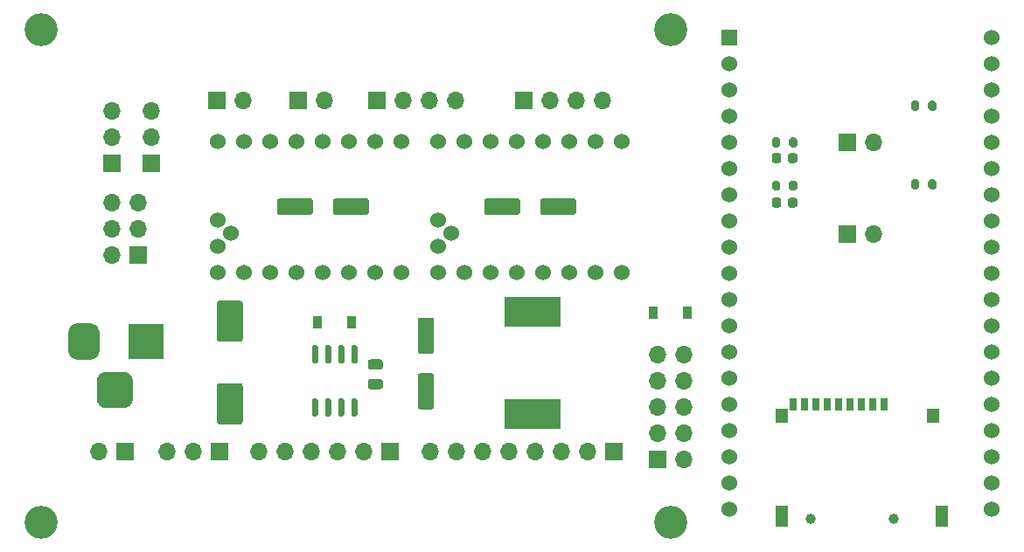
<source format=gbr>
%TF.GenerationSoftware,KiCad,Pcbnew,(5.1.9)-1*%
%TF.CreationDate,2021-05-11T15:40:24+01:00*%
%TF.ProjectId,ESP32_Plotter_Controller_revA,45535033-325f-4506-9c6f-747465725f43,rev?*%
%TF.SameCoordinates,Original*%
%TF.FileFunction,Soldermask,Top*%
%TF.FilePolarity,Negative*%
%FSLAX46Y46*%
G04 Gerber Fmt 4.6, Leading zero omitted, Abs format (unit mm)*
G04 Created by KiCad (PCBNEW (5.1.9)-1) date 2021-05-11 15:40:24*
%MOMM*%
%LPD*%
G01*
G04 APERTURE LIST*
%ADD10C,1.000000*%
%ADD11R,1.200000X2.000000*%
%ADD12R,1.200000X1.400000*%
%ADD13R,0.700000X1.300000*%
%ADD14R,1.700000X1.700000*%
%ADD15O,1.700000X1.700000*%
%ADD16C,1.524000*%
%ADD17R,1.524000X1.524000*%
%ADD18C,3.200000*%
%ADD19R,0.900000X1.200000*%
%ADD20R,3.500000X3.500000*%
%ADD21R,5.400000X2.900000*%
G04 APERTURE END LIST*
D10*
%TO.C,J8*%
X195897500Y-118618000D03*
X187897500Y-118618000D03*
D11*
X200597500Y-118318000D03*
X185097500Y-118318000D03*
D12*
X199697500Y-108618000D03*
X185097500Y-108593000D03*
D13*
X194997500Y-107518000D03*
X193897500Y-107518000D03*
X192797500Y-107518000D03*
X191697500Y-107518000D03*
X190597500Y-107518000D03*
X189497500Y-107518000D03*
X188397500Y-107518000D03*
X187297500Y-107518000D03*
X186197500Y-107518000D03*
%TD*%
D14*
%TO.C,J1*%
X173037500Y-112839500D03*
D15*
X175577500Y-112839500D03*
X173037500Y-110299500D03*
X175577500Y-110299500D03*
X173037500Y-107759500D03*
X175577500Y-107759500D03*
X173037500Y-105219500D03*
X175577500Y-105219500D03*
X173037500Y-102679500D03*
X175577500Y-102679500D03*
%TD*%
D16*
%TO.C,U3*%
X153098500Y-90868500D03*
X151828500Y-89598500D03*
X151828500Y-92138500D03*
X169608500Y-94678500D03*
X167068500Y-94678500D03*
X164528500Y-94678500D03*
X161988500Y-94678500D03*
X159448500Y-94678500D03*
X156908500Y-94678500D03*
X154368500Y-94678500D03*
X151828500Y-94678500D03*
X151828500Y-81978500D03*
X154368500Y-81978500D03*
X156908500Y-81978500D03*
X159448500Y-81978500D03*
X161988500Y-81978500D03*
X164528500Y-81978500D03*
X167068500Y-81978500D03*
X169608500Y-81978500D03*
%TD*%
%TO.C,U2*%
X131762500Y-90868500D03*
X130492500Y-89598500D03*
X130492500Y-92138500D03*
X148272500Y-94678500D03*
X145732500Y-94678500D03*
X143192500Y-94678500D03*
X140652500Y-94678500D03*
X138112500Y-94678500D03*
X135572500Y-94678500D03*
X133032500Y-94678500D03*
X130492500Y-94678500D03*
X130492500Y-81978500D03*
X133032500Y-81978500D03*
X135572500Y-81978500D03*
X138112500Y-81978500D03*
X140652500Y-81978500D03*
X143192500Y-81978500D03*
X145732500Y-81978500D03*
X148272500Y-81978500D03*
%TD*%
%TO.C,U1*%
X205422500Y-71945500D03*
X205422500Y-74485500D03*
X205422500Y-77025500D03*
X205422500Y-79565500D03*
X205422500Y-82105500D03*
X205422500Y-84645500D03*
X205422500Y-87185500D03*
X205422500Y-89725500D03*
X205422500Y-92265500D03*
X205422500Y-94805500D03*
X205422500Y-97345500D03*
X205422500Y-99885500D03*
X205422500Y-102425500D03*
X205422500Y-104965500D03*
X205422500Y-107505500D03*
X205422500Y-110045500D03*
X205422500Y-112585500D03*
X205422500Y-115125500D03*
X205422500Y-117665500D03*
X180022500Y-117665500D03*
X180022500Y-115125500D03*
X180022500Y-112585500D03*
X180022500Y-110045500D03*
X180022500Y-107505500D03*
X180022500Y-104965500D03*
X180022500Y-102425500D03*
X180022500Y-99885500D03*
X180022500Y-97345500D03*
X180022500Y-94805500D03*
X180022500Y-92265500D03*
X180022500Y-89725500D03*
X180022500Y-87185500D03*
X180022500Y-84645500D03*
X180022500Y-82105500D03*
X180022500Y-79565500D03*
X180022500Y-77025500D03*
X180022500Y-74485500D03*
D17*
X180022500Y-71945500D03*
%TD*%
D18*
%TO.C,H2*%
X174307500Y-71183500D03*
%TD*%
%TO.C,H1*%
X113347500Y-71183500D03*
%TD*%
%TO.C,H3*%
X174307500Y-118935500D03*
%TD*%
%TO.C,H4*%
X113347500Y-118935500D03*
%TD*%
%TO.C,C1*%
G36*
G01*
X130635500Y-105441500D02*
X132635500Y-105441500D01*
G75*
G02*
X132885500Y-105691500I0J-250000D01*
G01*
X132885500Y-109191500D01*
G75*
G02*
X132635500Y-109441500I-250000J0D01*
G01*
X130635500Y-109441500D01*
G75*
G02*
X130385500Y-109191500I0J250000D01*
G01*
X130385500Y-105691500D01*
G75*
G02*
X130635500Y-105441500I250000J0D01*
G01*
G37*
G36*
G01*
X130635500Y-97441500D02*
X132635500Y-97441500D01*
G75*
G02*
X132885500Y-97691500I0J-250000D01*
G01*
X132885500Y-101191500D01*
G75*
G02*
X132635500Y-101441500I-250000J0D01*
G01*
X130635500Y-101441500D01*
G75*
G02*
X130385500Y-101191500I0J250000D01*
G01*
X130385500Y-97691500D01*
G75*
G02*
X130635500Y-97441500I250000J0D01*
G01*
G37*
%TD*%
%TO.C,C2*%
G36*
G01*
X145257500Y-105034500D02*
X146207500Y-105034500D01*
G75*
G02*
X146457500Y-105284500I0J-250000D01*
G01*
X146457500Y-105784500D01*
G75*
G02*
X146207500Y-106034500I-250000J0D01*
G01*
X145257500Y-106034500D01*
G75*
G02*
X145007500Y-105784500I0J250000D01*
G01*
X145007500Y-105284500D01*
G75*
G02*
X145257500Y-105034500I250000J0D01*
G01*
G37*
G36*
G01*
X145257500Y-103134500D02*
X146207500Y-103134500D01*
G75*
G02*
X146457500Y-103384500I0J-250000D01*
G01*
X146457500Y-103884500D01*
G75*
G02*
X146207500Y-104134500I-250000J0D01*
G01*
X145257500Y-104134500D01*
G75*
G02*
X145007500Y-103884500I0J250000D01*
G01*
X145007500Y-103384500D01*
G75*
G02*
X145257500Y-103134500I250000J0D01*
G01*
G37*
%TD*%
%TO.C,C3*%
G36*
G01*
X151172000Y-102585500D02*
X150072000Y-102585500D01*
G75*
G02*
X149822000Y-102335500I0J250000D01*
G01*
X149822000Y-99335500D01*
G75*
G02*
X150072000Y-99085500I250000J0D01*
G01*
X151172000Y-99085500D01*
G75*
G02*
X151422000Y-99335500I0J-250000D01*
G01*
X151422000Y-102335500D01*
G75*
G02*
X151172000Y-102585500I-250000J0D01*
G01*
G37*
G36*
G01*
X151172000Y-107985500D02*
X150072000Y-107985500D01*
G75*
G02*
X149822000Y-107735500I0J250000D01*
G01*
X149822000Y-104735500D01*
G75*
G02*
X150072000Y-104485500I250000J0D01*
G01*
X151172000Y-104485500D01*
G75*
G02*
X151422000Y-104735500I0J-250000D01*
G01*
X151422000Y-107735500D01*
G75*
G02*
X151172000Y-107985500I-250000J0D01*
G01*
G37*
%TD*%
%TO.C,C6*%
G36*
G01*
X161668500Y-88878500D02*
X161668500Y-87778500D01*
G75*
G02*
X161918500Y-87528500I250000J0D01*
G01*
X164918500Y-87528500D01*
G75*
G02*
X165168500Y-87778500I0J-250000D01*
G01*
X165168500Y-88878500D01*
G75*
G02*
X164918500Y-89128500I-250000J0D01*
G01*
X161918500Y-89128500D01*
G75*
G02*
X161668500Y-88878500I0J250000D01*
G01*
G37*
G36*
G01*
X156268500Y-88878500D02*
X156268500Y-87778500D01*
G75*
G02*
X156518500Y-87528500I250000J0D01*
G01*
X159518500Y-87528500D01*
G75*
G02*
X159768500Y-87778500I0J-250000D01*
G01*
X159768500Y-88878500D01*
G75*
G02*
X159518500Y-89128500I-250000J0D01*
G01*
X156518500Y-89128500D01*
G75*
G02*
X156268500Y-88878500I0J250000D01*
G01*
G37*
%TD*%
%TO.C,C7*%
G36*
G01*
X141602500Y-88878500D02*
X141602500Y-87778500D01*
G75*
G02*
X141852500Y-87528500I250000J0D01*
G01*
X144852500Y-87528500D01*
G75*
G02*
X145102500Y-87778500I0J-250000D01*
G01*
X145102500Y-88878500D01*
G75*
G02*
X144852500Y-89128500I-250000J0D01*
G01*
X141852500Y-89128500D01*
G75*
G02*
X141602500Y-88878500I0J250000D01*
G01*
G37*
G36*
G01*
X136202500Y-88878500D02*
X136202500Y-87778500D01*
G75*
G02*
X136452500Y-87528500I250000J0D01*
G01*
X139452500Y-87528500D01*
G75*
G02*
X139702500Y-87778500I0J-250000D01*
G01*
X139702500Y-88878500D01*
G75*
G02*
X139452500Y-89128500I-250000J0D01*
G01*
X136452500Y-89128500D01*
G75*
G02*
X136202500Y-88878500I0J250000D01*
G01*
G37*
%TD*%
D19*
%TO.C,D1*%
X172657500Y-98615500D03*
X175957500Y-98615500D03*
%TD*%
%TO.C,D2*%
X140145500Y-99504500D03*
X143445500Y-99504500D03*
%TD*%
%TO.C,J2*%
G36*
G01*
X118757500Y-106984500D02*
X118757500Y-105234500D01*
G75*
G02*
X119632500Y-104359500I875000J0D01*
G01*
X121382500Y-104359500D01*
G75*
G02*
X122257500Y-105234500I0J-875000D01*
G01*
X122257500Y-106984500D01*
G75*
G02*
X121382500Y-107859500I-875000J0D01*
G01*
X119632500Y-107859500D01*
G75*
G02*
X118757500Y-106984500I0J875000D01*
G01*
G37*
G36*
G01*
X116007500Y-102409500D02*
X116007500Y-100409500D01*
G75*
G02*
X116757500Y-99659500I750000J0D01*
G01*
X118257500Y-99659500D01*
G75*
G02*
X119007500Y-100409500I0J-750000D01*
G01*
X119007500Y-102409500D01*
G75*
G02*
X118257500Y-103159500I-750000J0D01*
G01*
X116757500Y-103159500D01*
G75*
G02*
X116007500Y-102409500I0J750000D01*
G01*
G37*
D20*
X123507500Y-101409500D03*
%TD*%
D15*
%TO.C,J3*%
X140779500Y-78041500D03*
D14*
X138239500Y-78041500D03*
%TD*%
D15*
%TO.C,J4*%
X118935500Y-112077500D03*
D14*
X121475500Y-112077500D03*
%TD*%
D15*
%TO.C,J5*%
X120205500Y-87947500D03*
X122745500Y-87947500D03*
X120205500Y-90487500D03*
X122745500Y-90487500D03*
X120205500Y-93027500D03*
D14*
X122745500Y-93027500D03*
%TD*%
D15*
%TO.C,J6*%
X151066500Y-112077500D03*
X153606500Y-112077500D03*
X156146500Y-112077500D03*
X158686500Y-112077500D03*
X161226500Y-112077500D03*
X163766500Y-112077500D03*
X166306500Y-112077500D03*
D14*
X168846500Y-112077500D03*
%TD*%
D15*
%TO.C,J7*%
X193992500Y-82105500D03*
D14*
X191452500Y-82105500D03*
%TD*%
D15*
%TO.C,J9*%
X193992500Y-90995500D03*
D14*
X191452500Y-90995500D03*
%TD*%
D15*
%TO.C,J10*%
X120205500Y-79057500D03*
X120205500Y-81597500D03*
D14*
X120205500Y-84137500D03*
%TD*%
D15*
%TO.C,J11*%
X124015500Y-79057500D03*
X124015500Y-81597500D03*
D14*
X124015500Y-84137500D03*
%TD*%
D15*
%TO.C,J12*%
X153479500Y-78041500D03*
X150939500Y-78041500D03*
X148399500Y-78041500D03*
D14*
X145859500Y-78041500D03*
%TD*%
D15*
%TO.C,J13*%
X167703500Y-78041500D03*
X165163500Y-78041500D03*
X162623500Y-78041500D03*
D14*
X160083500Y-78041500D03*
%TD*%
D15*
%TO.C,J14*%
X125539500Y-112077500D03*
X128079500Y-112077500D03*
D14*
X130619500Y-112077500D03*
%TD*%
D15*
%TO.C,J15*%
X132905500Y-78041500D03*
D14*
X130365500Y-78041500D03*
%TD*%
D15*
%TO.C,J16*%
X134429500Y-112077500D03*
X136969500Y-112077500D03*
X139509500Y-112077500D03*
X142049500Y-112077500D03*
X144589500Y-112077500D03*
D14*
X147129500Y-112077500D03*
%TD*%
D21*
%TO.C,L1*%
X160972500Y-108394500D03*
X160972500Y-98494500D03*
%TD*%
%TO.C,R1*%
G36*
G01*
X185781500Y-82380500D02*
X185781500Y-81830500D01*
G75*
G02*
X185981500Y-81630500I200000J0D01*
G01*
X186381500Y-81630500D01*
G75*
G02*
X186581500Y-81830500I0J-200000D01*
G01*
X186581500Y-82380500D01*
G75*
G02*
X186381500Y-82580500I-200000J0D01*
G01*
X185981500Y-82580500D01*
G75*
G02*
X185781500Y-82380500I0J200000D01*
G01*
G37*
G36*
G01*
X184131500Y-82380500D02*
X184131500Y-81830500D01*
G75*
G02*
X184331500Y-81630500I200000J0D01*
G01*
X184731500Y-81630500D01*
G75*
G02*
X184931500Y-81830500I0J-200000D01*
G01*
X184931500Y-82380500D01*
G75*
G02*
X184731500Y-82580500I-200000J0D01*
G01*
X184331500Y-82580500D01*
G75*
G02*
X184131500Y-82380500I0J200000D01*
G01*
G37*
%TD*%
%TO.C,R2*%
G36*
G01*
X185781500Y-86571500D02*
X185781500Y-86021500D01*
G75*
G02*
X185981500Y-85821500I200000J0D01*
G01*
X186381500Y-85821500D01*
G75*
G02*
X186581500Y-86021500I0J-200000D01*
G01*
X186581500Y-86571500D01*
G75*
G02*
X186381500Y-86771500I-200000J0D01*
G01*
X185981500Y-86771500D01*
G75*
G02*
X185781500Y-86571500I0J200000D01*
G01*
G37*
G36*
G01*
X184131500Y-86571500D02*
X184131500Y-86021500D01*
G75*
G02*
X184331500Y-85821500I200000J0D01*
G01*
X184731500Y-85821500D01*
G75*
G02*
X184931500Y-86021500I0J-200000D01*
G01*
X184931500Y-86571500D01*
G75*
G02*
X184731500Y-86771500I-200000J0D01*
G01*
X184331500Y-86771500D01*
G75*
G02*
X184131500Y-86571500I0J200000D01*
G01*
G37*
%TD*%
%TO.C,R3*%
G36*
G01*
X199243500Y-86444500D02*
X199243500Y-85894500D01*
G75*
G02*
X199443500Y-85694500I200000J0D01*
G01*
X199843500Y-85694500D01*
G75*
G02*
X200043500Y-85894500I0J-200000D01*
G01*
X200043500Y-86444500D01*
G75*
G02*
X199843500Y-86644500I-200000J0D01*
G01*
X199443500Y-86644500D01*
G75*
G02*
X199243500Y-86444500I0J200000D01*
G01*
G37*
G36*
G01*
X197593500Y-86444500D02*
X197593500Y-85894500D01*
G75*
G02*
X197793500Y-85694500I200000J0D01*
G01*
X198193500Y-85694500D01*
G75*
G02*
X198393500Y-85894500I0J-200000D01*
G01*
X198393500Y-86444500D01*
G75*
G02*
X198193500Y-86644500I-200000J0D01*
G01*
X197793500Y-86644500D01*
G75*
G02*
X197593500Y-86444500I0J200000D01*
G01*
G37*
%TD*%
%TO.C,R4*%
G36*
G01*
X199243500Y-78824500D02*
X199243500Y-78274500D01*
G75*
G02*
X199443500Y-78074500I200000J0D01*
G01*
X199843500Y-78074500D01*
G75*
G02*
X200043500Y-78274500I0J-200000D01*
G01*
X200043500Y-78824500D01*
G75*
G02*
X199843500Y-79024500I-200000J0D01*
G01*
X199443500Y-79024500D01*
G75*
G02*
X199243500Y-78824500I0J200000D01*
G01*
G37*
G36*
G01*
X197593500Y-78824500D02*
X197593500Y-78274500D01*
G75*
G02*
X197793500Y-78074500I200000J0D01*
G01*
X198193500Y-78074500D01*
G75*
G02*
X198393500Y-78274500I0J-200000D01*
G01*
X198393500Y-78824500D01*
G75*
G02*
X198193500Y-79024500I-200000J0D01*
G01*
X197793500Y-79024500D01*
G75*
G02*
X197593500Y-78824500I0J200000D01*
G01*
G37*
%TD*%
%TO.C,C4*%
G36*
G01*
X184131500Y-88197500D02*
X184131500Y-87697500D01*
G75*
G02*
X184356500Y-87472500I225000J0D01*
G01*
X184806500Y-87472500D01*
G75*
G02*
X185031500Y-87697500I0J-225000D01*
G01*
X185031500Y-88197500D01*
G75*
G02*
X184806500Y-88422500I-225000J0D01*
G01*
X184356500Y-88422500D01*
G75*
G02*
X184131500Y-88197500I0J225000D01*
G01*
G37*
G36*
G01*
X185681500Y-88197500D02*
X185681500Y-87697500D01*
G75*
G02*
X185906500Y-87472500I225000J0D01*
G01*
X186356500Y-87472500D01*
G75*
G02*
X186581500Y-87697500I0J-225000D01*
G01*
X186581500Y-88197500D01*
G75*
G02*
X186356500Y-88422500I-225000J0D01*
G01*
X185906500Y-88422500D01*
G75*
G02*
X185681500Y-88197500I0J225000D01*
G01*
G37*
%TD*%
%TO.C,C5*%
G36*
G01*
X185681500Y-83879500D02*
X185681500Y-83379500D01*
G75*
G02*
X185906500Y-83154500I225000J0D01*
G01*
X186356500Y-83154500D01*
G75*
G02*
X186581500Y-83379500I0J-225000D01*
G01*
X186581500Y-83879500D01*
G75*
G02*
X186356500Y-84104500I-225000J0D01*
G01*
X185906500Y-84104500D01*
G75*
G02*
X185681500Y-83879500I0J225000D01*
G01*
G37*
G36*
G01*
X184131500Y-83879500D02*
X184131500Y-83379500D01*
G75*
G02*
X184356500Y-83154500I225000J0D01*
G01*
X184806500Y-83154500D01*
G75*
G02*
X185031500Y-83379500I0J-225000D01*
G01*
X185031500Y-83879500D01*
G75*
G02*
X184806500Y-84104500I-225000J0D01*
G01*
X184356500Y-84104500D01*
G75*
G02*
X184131500Y-83879500I0J225000D01*
G01*
G37*
%TD*%
%TO.C,U4*%
G36*
G01*
X143550500Y-101769500D02*
X143850500Y-101769500D01*
G75*
G02*
X144000500Y-101919500I0J-150000D01*
G01*
X144000500Y-103369500D01*
G75*
G02*
X143850500Y-103519500I-150000J0D01*
G01*
X143550500Y-103519500D01*
G75*
G02*
X143400500Y-103369500I0J150000D01*
G01*
X143400500Y-101919500D01*
G75*
G02*
X143550500Y-101769500I150000J0D01*
G01*
G37*
G36*
G01*
X142280500Y-101769500D02*
X142580500Y-101769500D01*
G75*
G02*
X142730500Y-101919500I0J-150000D01*
G01*
X142730500Y-103369500D01*
G75*
G02*
X142580500Y-103519500I-150000J0D01*
G01*
X142280500Y-103519500D01*
G75*
G02*
X142130500Y-103369500I0J150000D01*
G01*
X142130500Y-101919500D01*
G75*
G02*
X142280500Y-101769500I150000J0D01*
G01*
G37*
G36*
G01*
X141010500Y-101769500D02*
X141310500Y-101769500D01*
G75*
G02*
X141460500Y-101919500I0J-150000D01*
G01*
X141460500Y-103369500D01*
G75*
G02*
X141310500Y-103519500I-150000J0D01*
G01*
X141010500Y-103519500D01*
G75*
G02*
X140860500Y-103369500I0J150000D01*
G01*
X140860500Y-101919500D01*
G75*
G02*
X141010500Y-101769500I150000J0D01*
G01*
G37*
G36*
G01*
X139740500Y-101769500D02*
X140040500Y-101769500D01*
G75*
G02*
X140190500Y-101919500I0J-150000D01*
G01*
X140190500Y-103369500D01*
G75*
G02*
X140040500Y-103519500I-150000J0D01*
G01*
X139740500Y-103519500D01*
G75*
G02*
X139590500Y-103369500I0J150000D01*
G01*
X139590500Y-101919500D01*
G75*
G02*
X139740500Y-101769500I150000J0D01*
G01*
G37*
G36*
G01*
X139740500Y-106919500D02*
X140040500Y-106919500D01*
G75*
G02*
X140190500Y-107069500I0J-150000D01*
G01*
X140190500Y-108519500D01*
G75*
G02*
X140040500Y-108669500I-150000J0D01*
G01*
X139740500Y-108669500D01*
G75*
G02*
X139590500Y-108519500I0J150000D01*
G01*
X139590500Y-107069500D01*
G75*
G02*
X139740500Y-106919500I150000J0D01*
G01*
G37*
G36*
G01*
X141010500Y-106919500D02*
X141310500Y-106919500D01*
G75*
G02*
X141460500Y-107069500I0J-150000D01*
G01*
X141460500Y-108519500D01*
G75*
G02*
X141310500Y-108669500I-150000J0D01*
G01*
X141010500Y-108669500D01*
G75*
G02*
X140860500Y-108519500I0J150000D01*
G01*
X140860500Y-107069500D01*
G75*
G02*
X141010500Y-106919500I150000J0D01*
G01*
G37*
G36*
G01*
X142280500Y-106919500D02*
X142580500Y-106919500D01*
G75*
G02*
X142730500Y-107069500I0J-150000D01*
G01*
X142730500Y-108519500D01*
G75*
G02*
X142580500Y-108669500I-150000J0D01*
G01*
X142280500Y-108669500D01*
G75*
G02*
X142130500Y-108519500I0J150000D01*
G01*
X142130500Y-107069500D01*
G75*
G02*
X142280500Y-106919500I150000J0D01*
G01*
G37*
G36*
G01*
X143550500Y-106919500D02*
X143850500Y-106919500D01*
G75*
G02*
X144000500Y-107069500I0J-150000D01*
G01*
X144000500Y-108519500D01*
G75*
G02*
X143850500Y-108669500I-150000J0D01*
G01*
X143550500Y-108669500D01*
G75*
G02*
X143400500Y-108519500I0J150000D01*
G01*
X143400500Y-107069500D01*
G75*
G02*
X143550500Y-106919500I150000J0D01*
G01*
G37*
%TD*%
M02*

</source>
